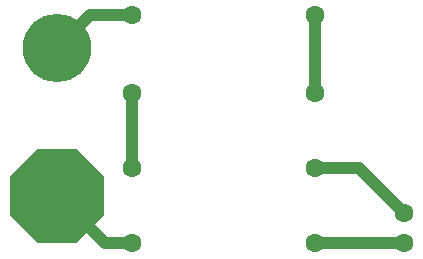
<source format=gtl>
G04 Layer: TopLayer*
G04 EasyEDA v6.5.46, 2025-04-01 09:14:14*
G04 1996200714a44a3eb265968e1dc72ee3,f9b916e08b964ccb92d809278d751d93,10*
G04 Gerber Generator version 0.2*
G04 Scale: 100 percent, Rotated: No, Reflected: No *
G04 Dimensions in millimeters *
G04 leading zeros omitted , absolute positions ,4 integer and 5 decimal *
%FSLAX45Y45*%
%MOMM*%

%AMMACRO1*4,1,8,-4,1.6569,-1.6569,4,1.6568,4,4,1.6569,4,-1.6568,1.6568,-4,-1.6569,-4,-4,-1.6568,-4,1.6569,0*%
%ADD10C,1.0000*%
%ADD11C,5.8000*%
%ADD12MACRO1*%
%ADD13C,1.6000*%

%LPD*%
D10*
X1079195Y2209800D02*
G01*
X721207Y2209800D01*
X444500Y1933094D01*
X2629204Y2209800D02*
G01*
X2629204Y1549400D01*
X2629209Y914400D02*
G01*
X2997200Y914400D01*
X3378200Y533400D01*
X3378200Y279400D02*
G01*
X2629209Y279400D01*
X1079195Y1549400D02*
G01*
X1079195Y914400D01*
X1079195Y279400D02*
G01*
X848207Y279400D01*
X444500Y683097D01*
D11*
G01*
X444500Y1933092D03*
D12*
G01*
X444500Y683097D03*
D13*
G01*
X1079195Y2209800D03*
G01*
X2629204Y2209800D03*
G01*
X1079195Y1549400D03*
G01*
X2629204Y1549400D03*
G01*
X1079195Y914400D03*
G01*
X2629204Y914400D03*
G01*
X1079195Y279400D03*
G01*
X2629204Y279400D03*
G01*
X3378200Y533400D03*
G01*
X3378200Y279400D03*
M02*

</source>
